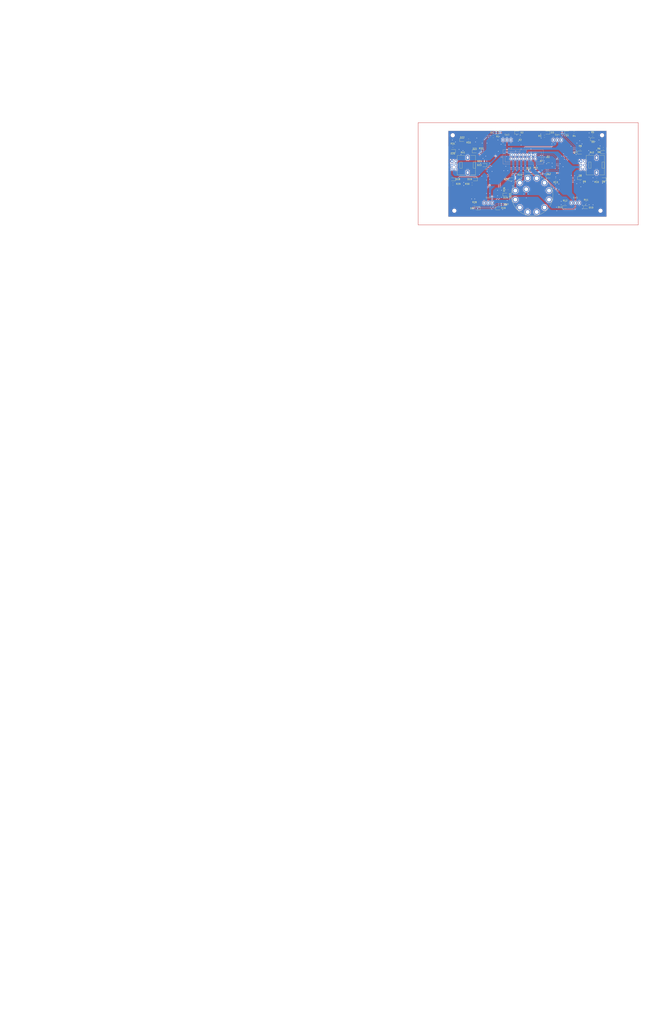
<source format=kicad_pcb>
(kicad_pcb (version 20221018) (generator pcbnew)

  (general
    (thickness 1.6)
  )

  (paper "A4")
  (layers
    (0 "F.Cu" signal)
    (31 "B.Cu" signal)
    (34 "B.Paste" user)
    (35 "F.Paste" user)
    (36 "B.SilkS" user "B.Silkscreen")
    (37 "F.SilkS" user "F.Silkscreen")
    (38 "B.Mask" user)
    (39 "F.Mask" user)
    (44 "Edge.Cuts" user)
    (45 "Margin" user)
    (46 "B.CrtYd" user "B.Courtyard")
    (47 "F.CrtYd" user "F.Courtyard")
    (48 "B.Fab" user)
    (49 "F.Fab" user)
  )

  (setup
    (stackup
      (layer "F.SilkS" (type "Top Silk Screen") (color "White"))
      (layer "F.Paste" (type "Top Solder Paste"))
      (layer "F.Mask" (type "Top Solder Mask") (color "Black") (thickness 0.01))
      (layer "F.Cu" (type "copper") (thickness 0.035))
      (layer "dielectric 1" (type "core") (thickness 1.51) (material "FR4") (epsilon_r 4.5) (loss_tangent 0.02))
      (layer "B.Cu" (type "copper") (thickness 0.035))
      (layer "B.Mask" (type "Bottom Solder Mask") (color "Black") (thickness 0.01))
      (layer "B.Paste" (type "Bottom Solder Paste"))
      (layer "B.SilkS" (type "Bottom Silk Screen") (color "White"))
      (copper_finish "None")
      (dielectric_constraints yes)
    )
    (pad_to_mask_clearance 0)
    (aux_axis_origin 84 135)
    (grid_origin 84 135)
    (pcbplotparams
      (layerselection 0x00010fc_ffffffff)
      (plot_on_all_layers_selection 0x0000000_00000000)
      (disableapertmacros false)
      (usegerberextensions false)
      (usegerberattributes true)
      (usegerberadvancedattributes true)
      (creategerberjobfile true)
      (dashed_line_dash_ratio 12.000000)
      (dashed_line_gap_ratio 3.000000)
      (svgprecision 4)
      (plotframeref false)
      (viasonmask false)
      (mode 1)
      (useauxorigin false)
      (hpglpennumber 1)
      (hpglpenspeed 20)
      (hpglpendiameter 15.000000)
      (dxfpolygonmode true)
      (dxfimperialunits true)
      (dxfusepcbnewfont true)
      (psnegative false)
      (psa4output false)
      (plotreference true)
      (plotvalue true)
      (plotinvisibletext false)
      (sketchpadsonfab false)
      (subtractmaskfromsilk false)
      (outputformat 1)
      (mirror false)
      (drillshape 1)
      (scaleselection 1)
      (outputdirectory "")
    )
  )

  (net 0 "")
  (net 1 "/LED_PWR")
  (net 2 "Net-(D1-A)")
  (net 3 "Net-(D2-A)")
  (net 4 "Net-(D3-A)")
  (net 5 "Net-(D4-A)")
  (net 6 "Net-(D5-A)")
  (net 7 "Net-(D6-A)")
  (net 8 "/PWM_1")
  (net 9 "/SYS_1")
  (net 10 "/SYS_2")
  (net 11 "/Gain")
  (net 12 "/Multiscan")
  (net 13 "/CCS")
  (net 14 "/PWS")
  (net 15 "/Tilt")
  (net 16 "VBUS")
  (net 17 "GND")
  (net 18 "+3V3")
  (net 19 "/WX+T")
  (net 20 "/TURB")
  (net 21 "Net-(D7-A)")
  (net 22 "Net-(D8-A)")
  (net 23 "Net-(D9-A)")
  (net 24 "Net-(D10-A)")
  (net 25 "Net-(D11-A)")
  (net 26 "Net-(D12-A)")
  (net 27 "Net-(D13-A)")
  (net 28 "Net-(D14-A)")
  (net 29 "Net-(D15-A)")
  (net 30 "Net-(D16-A)")
  (net 31 "Net-(D17-A)")
  (net 32 "Net-(D18-A)")
  (net 33 "Net-(D19-A)")
  (net 34 "Net-(D20-A)")
  (net 35 "Net-(D21-A)")
  (net 36 "Net-(D22-A)")
  (net 37 "Net-(D23-A)")
  (net 38 "/MAP")
  (net 39 "unconnected-(SW1-Pad3)")
  (net 40 "unconnected-(SW1-Pad5)")
  (net 41 "unconnected-(SW1-Pad6)")
  (net 42 "unconnected-(SW1-Pad7)")
  (net 43 "unconnected-(SW1-Pad8)")
  (net 44 "unconnected-(SW1-Pad9)")
  (net 45 "unconnected-(SW1-Pad10)")
  (net 46 "unconnected-(SW1-Pad11)")
  (net 47 "unconnected-(SW1-Pad12)")

  (footprint "Resistor_SMD:R_0805_2012Metric" (layer "F.Cu") (at 129.8875 84 180))

  (footprint "Resistor_SMD:R_0805_2012Metric" (layer "F.Cu") (at 182.8375 91.5))

  (footprint "NiasStuff:C&K_Rotary_Switches" (layer "F.Cu") (at 137.527109 121.078224 90))

  (footprint "Resistor_SMD:R_0805_2012Metric" (layer "F.Cu") (at 158.5 126.25))

  (footprint "Resistor_SMD:R_0805_2012Metric" (layer "F.Cu") (at 100.8375 127.25))

  (footprint "Resistor_SMD:R_0805_2012Metric" (layer "F.Cu") (at 105.0875 93.2 180))

  (footprint "LED_SMD:LED_0805_2012Metric" (layer "F.Cu") (at 148 109.2))

  (footprint "MountingHole:MountingHole_2.2mm_M2" (layer "F.Cu") (at 181 131))

  (footprint "Resistor_SMD:R_0805_2012Metric" (layer "F.Cu") (at 175.9875 82.9))

  (footprint "NiasStuff:SW_SPDT_YUEN-FUNG_ST-0-103-A01-T000-RS" (layer "F.Cu") (at 121.5 86))

  (footprint "Resistor_SMD:R_0805_2012Metric" (layer "F.Cu") (at 145.3375 83.6))

  (footprint "LED_SMD:LED_0805_2012Metric" (layer "F.Cu") (at 93.0625 86))

  (footprint "LED_SMD:LED_0805_2012Metric" (layer "F.Cu") (at 120.5625 120.75))

  (footprint "LED_SMD:LED_0805_2012Metric" (layer "F.Cu") (at 135.3125 105.5))

  (footprint "Resistor_SMD:R_0805_2012Metric" (layer "F.Cu") (at 97.0875 86 180))

  (footprint "Resistor_SMD:R_0805_2012Metric" (layer "F.Cu") (at 168.0875 112.5))

  (footprint "LED_SMD:LED_0805_2012Metric" (layer "F.Cu") (at 159.8625 81.3))

  (footprint "LED_SMD:LED_0805_2012Metric" (layer "F.Cu") (at 101.0625 111 180))

  (footprint "NiasStuff:SW_SPDT_YUEN-FUNG_ST-0-103-A01-T000-RS" (layer "F.Cu") (at 165 126))

  (footprint "NiasStuff:Potentiometer_Alps_RK09L_Double_Vertical" (layer "F.Cu") (at 168.5 99.5))

  (footprint "LED_SMD:LED_0805_2012Metric" (layer "F.Cu") (at 107.0625 102 180))

  (footprint "Resistor_SMD:R_0805_2012Metric" (layer "F.Cu") (at 112.7875 83.8))

  (footprint "Resistor_SMD:R_0805_2012Metric" (layer "F.Cu") (at 99.3375 114))

  (footprint "LED_SMD:LED_0805_2012Metric" (layer "F.Cu") (at 168.0625 110.25))

  (footprint "LED_SMD:LED_0805_2012Metric" (layer "F.Cu") (at 182.9375 111 180))

  (footprint "NiasStuff:SW_SPDT_YUEN-FUNG_ST-0-103-A01-T000-RS" (layer "F.Cu") (at 153.5 86))

  (footprint "LED_SMD:LED_0805_2012Metric" (layer "F.Cu") (at 182.8125 93.75))

  (footprint "NiasStuff:SW_SPDT_YUEN-FUNG_ST-0-103-A01-T000-RS" (layer "F.Cu") (at 109.5 126))

  (footprint "LED_SMD:LED_0805_2012Metric" (layer "F.Cu") (at 116.0625 129.5))

  (footprint "Resistor_SMD:R_0805_2012Metric" (layer "F.Cu") (at 121.5 117.5875 -90))

  (footprint "LED_SMD:LED_0805_2012Metric" (layer "F.Cu") (at 147.1625 81.3 180))

  (footprint "LED_SMD:LED_0805_2012Metric" (layer "F.Cu") (at 87.0625 111 180))

  (footprint "LED_SMD:LED_0805_2012Metric" (layer "F.Cu") (at 168.0625 94))

  (footprint "Resistor_SMD:R_0805_2012Metric" (layer "F.Cu") (at 117.8875 127 180))

  (footprint "Resistor_SMD:R_0805_2012Metric" (layer "F.Cu") (at 152.5 111.25 180))

  (footprint "MountingHole:MountingHole_2.2mm_M2" (layer "F.Cu") (at 87 83))

  (footprint "LED_SMD:LED_0805_2012Metric" (layer "F.Cu") (at 171.8125 128.75))

  (footprint "Package_TO_SOT_SMD:SOT-23-3" (layer "F.Cu") (at 147.8625 98.9))

  (footprint "Resistor_SMD:R_0805_2012Metric" (layer "F.Cu") (at 171.8375 125.75))

  (footprint "LED_SMD:LED_0805_2012Metric" (layer "F.Cu") (at 176.1625 85.6))

  (footprint "Resistor_SMD:R_0805_2012Metric" (layer "F.Cu") (at 178.5875 111))

  (footprint "LED_SMD:LED_0805_2012Metric" (layer "F.Cu") (at 128.0375 81.3))

  (footprint "Resistor_SMD:R_0603_1608Metric" (layer "F.Cu") (at 143.4 97.175 90))

  (footprint "LED_SMD:LED_0805_2012Metric" (layer "F.Cu") (at 87.0625 93 180))

  (footprint "NiasStuff:Potentiometer_Alps_RK09L_Double_Vertical" (layer "F.Cu") (at 86.5 99.5))

  (footprint "Resistor_SMD:R_0805_2012Metric" (layer "F.Cu") (at 87.0875 90))

  (footprint "LED_SMD:LED_0805_2012Metric" (layer "F.Cu") (at 102.8125 129.5 180))

  (footprint "LED_SMD:LED_0805_2012Metric" (layer "F.Cu") (at 114.6625 81.3 180))

  (footprint "LED_SMD:LED_0805_2012Metric" (layer "F.Cu") (at 158.5 128.75))

  (footprint "Resistor_SMD:R_0805_2012Metric" (layer "F.Cu") (at 126.2875 108.2 180))

  (footprint "Resistor_SMD:R_0805_2012Metric" (layer "F.Cu") (at 168.0875 91.5))

  (footprint "Resistor_SMD:R_0805_2012Metric" (layer "F.Cu") (at 164.1625 81.25 180))

  (footprint "Resistor_SMD:R_0805_2012Metric" (layer "F.Cu") (at 87.0875 114 180))

  (footprint "LED_SMD:LED_0805_2012Metric" (layer "F.Cu") (at 101.0625 93.2))

  (footprint "MountingHole:MountingHole_2.2mm_M2" (layer "F.Cu") (at 182 83))

  (footprint "MountingHole:MountingHole_2.2mm_M2" (layer "F.Cu")
    (tstamp e
... [1234676 chars truncated]
</source>
